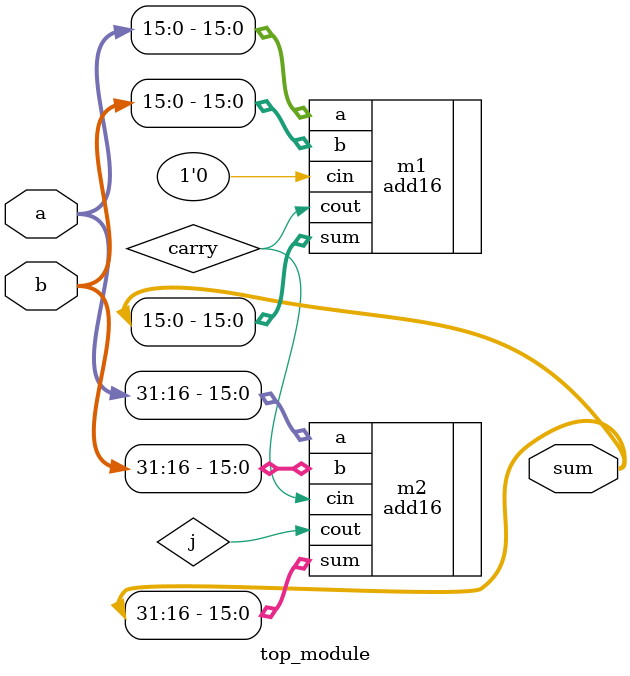
<source format=v>
module top_module(
    input [31:0] a,
    input [31:0] b,
    output [31:0] sum
);
    wire carry;
    wire j;
    add16 m1(.a(a[15:0]),.b(b[15:0]),.cin(1'b0),.sum(sum[15:0]),.cout(carry));
    add16 m2(.a(a[31:16]),.b(b[31:16]),.cin(carry),.sum(sum[31:16]),.cout(j));

endmodule
</source>
